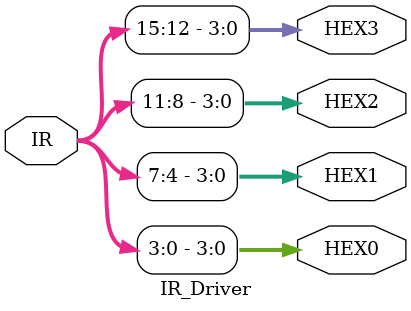
<source format=sv>
module IR_Driver(	input 	[15:0]	IR,
						output 	[3:0]		HEX0, HEX1, HEX2, HEX3);
						
assign HEX0 = IR[3:0];
assign HEX1 = IR[7:4];
assign HEX2 = IR[11:8];
assign HEX3 = IR[15:12];

endmodule

</source>
